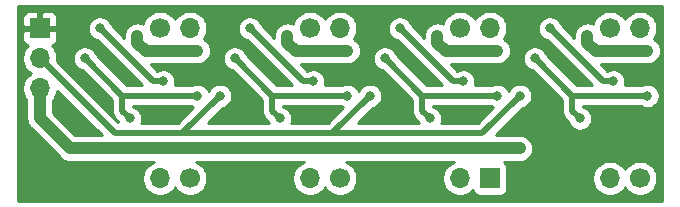
<source format=gbl>
%TF.GenerationSoftware,KiCad,Pcbnew,(5.1.8)-1*%
%TF.CreationDate,2021-03-06T21:18:19+09:00*%
%TF.ProjectId,motor_driver,6d6f746f-725f-4647-9269-7665722e6b69,rev?*%
%TF.SameCoordinates,PX54c81a0PY87a6900*%
%TF.FileFunction,Copper,L2,Bot*%
%TF.FilePolarity,Positive*%
%FSLAX46Y46*%
G04 Gerber Fmt 4.6, Leading zero omitted, Abs format (unit mm)*
G04 Created by KiCad (PCBNEW (5.1.8)-1) date 2021-03-06 21:18:19*
%MOMM*%
%LPD*%
G01*
G04 APERTURE LIST*
%TA.AperFunction,ComponentPad*%
%ADD10R,1.700000X1.700000*%
%TD*%
%TA.AperFunction,ComponentPad*%
%ADD11O,1.700000X1.700000*%
%TD*%
%TA.AperFunction,ComponentPad*%
%ADD12C,1.700000*%
%TD*%
%TA.AperFunction,ViaPad*%
%ADD13C,0.800000*%
%TD*%
%TA.AperFunction,Conductor*%
%ADD14C,0.500000*%
%TD*%
%TA.AperFunction,Conductor*%
%ADD15C,1.000000*%
%TD*%
%TA.AperFunction,Conductor*%
%ADD16C,0.254000*%
%TD*%
%TA.AperFunction,Conductor*%
%ADD17C,0.100000*%
%TD*%
G04 APERTURE END LIST*
D10*
%TO.P,J1,1*%
%TO.N,Net-(C1-Pad2)*%
X2540000Y15240000D03*
D11*
%TO.P,J1,2*%
%TO.N,Net-(C1-Pad1)*%
X2540000Y12700000D03*
%TO.P,J1,3*%
%TO.N,Net-(C10-Pad1)*%
X2540000Y10160000D03*
%TD*%
D12*
%TO.P,J2,1*%
%TO.N,Net-(J2-Pad1)*%
X15240000Y2540000D03*
D11*
%TO.P,J2,2*%
%TO.N,Net-(J2-Pad2)*%
X12700000Y2540000D03*
%TD*%
%TO.P,J3,2*%
%TO.N,Net-(J3-Pad2)*%
X25400000Y2540000D03*
D12*
%TO.P,J3,1*%
%TO.N,Net-(J3-Pad1)*%
X27940000Y2540000D03*
%TD*%
D10*
%TO.P,J4,1*%
%TO.N,Net-(J4-Pad1)*%
X40640000Y2540000D03*
D11*
%TO.P,J4,2*%
%TO.N,Net-(J4-Pad2)*%
X38100000Y2540000D03*
%TD*%
%TO.P,J5,2*%
%TO.N,Net-(J5-Pad2)*%
X50800000Y2540000D03*
D12*
%TO.P,J5,1*%
%TO.N,Net-(J5-Pad1)*%
X53340000Y2540000D03*
%TD*%
D11*
%TO.P,J9,2*%
%TO.N,Net-(J9-Pad2)*%
X53340000Y15240000D03*
D12*
%TO.P,J9,1*%
%TO.N,Net-(J9-Pad1)*%
X50800000Y15240000D03*
%TD*%
%TO.P,J8,1*%
%TO.N,Net-(J8-Pad1)*%
X38100000Y15240000D03*
D11*
%TO.P,J8,2*%
%TO.N,Net-(J8-Pad2)*%
X40640000Y15240000D03*
%TD*%
%TO.P,J7,2*%
%TO.N,Net-(J7-Pad2)*%
X27940000Y15240000D03*
D12*
%TO.P,J7,1*%
%TO.N,Net-(J7-Pad1)*%
X25400000Y15240000D03*
%TD*%
%TO.P,J6,1*%
%TO.N,Net-(J6-Pad1)*%
X12700000Y15240000D03*
D11*
%TO.P,J6,2*%
%TO.N,Net-(J6-Pad2)*%
X15240000Y15240000D03*
%TD*%
D13*
%TO.N,Net-(C1-Pad1)*%
X6350000Y12700000D03*
X15875000Y9525000D03*
X17780000Y9525000D03*
X19050000Y12700000D03*
X28575000Y9525000D03*
X30480000Y9525000D03*
X31750000Y12700000D03*
X41275000Y9525000D03*
X43180000Y9525000D03*
X44450000Y12700000D03*
X53975000Y9525000D03*
X10160000Y7620000D03*
X22860000Y7620000D03*
X35560000Y7620000D03*
X48260000Y7620000D03*
%TO.N,Net-(C1-Pad2)*%
X36830000Y8255000D03*
X24130000Y8255000D03*
X11430000Y8255000D03*
X5080000Y7620000D03*
X31750000Y1905000D03*
X35560000Y10795000D03*
X44450000Y1905000D03*
X48260000Y10795000D03*
X22860000Y10795000D03*
X19050000Y1905000D03*
X10160000Y10795000D03*
X6350000Y1905000D03*
%TO.N,Net-(R5-Pad2)*%
X12983914Y10754245D03*
X7620000Y15240000D03*
%TO.N,Net-(R6-Pad2)*%
X25683914Y10754245D03*
X20320000Y15240000D03*
%TO.N,Net-(R7-Pad2)*%
X38383914Y10754245D03*
X33020000Y15240000D03*
%TO.N,Net-(R8-Pad2)*%
X51083914Y10754245D03*
X45720000Y15240000D03*
%TO.N,Net-(C10-Pad1)*%
X10795000Y14605000D03*
X15875000Y13335000D03*
X17780000Y5080000D03*
X23495000Y14605000D03*
X28575000Y13335000D03*
X30480000Y5080000D03*
X36195000Y14605000D03*
X41275000Y13335000D03*
X43180000Y5080000D03*
X48895000Y14605000D03*
X53975000Y13335000D03*
%TD*%
D14*
%TO.N,Net-(C1-Pad1)*%
X9525000Y9525000D02*
X15875000Y9525000D01*
X6350000Y12700000D02*
X9525000Y9525000D01*
X2540000Y12700000D02*
X8890000Y6350000D01*
X14605000Y6350000D02*
X17780000Y9525000D01*
X8890000Y6350000D02*
X14605000Y6350000D01*
X22225000Y9525000D02*
X28575000Y9525000D01*
X19050000Y12700000D02*
X22225000Y9525000D01*
X27305000Y6350000D02*
X30480000Y9525000D01*
X14605000Y6350000D02*
X27305000Y6350000D01*
X34925000Y9525000D02*
X41275000Y9525000D01*
X31750000Y12700000D02*
X34925000Y9525000D01*
X40005000Y6350000D02*
X43180000Y9525000D01*
X27305000Y6350000D02*
X40005000Y6350000D01*
X47625000Y9525000D02*
X53975000Y9525000D01*
X44450000Y12700000D02*
X47625000Y9525000D01*
X9525000Y8255000D02*
X10160000Y7620000D01*
X9525000Y9525000D02*
X9525000Y8255000D01*
X22225000Y8255000D02*
X22860000Y7620000D01*
X22225000Y9525000D02*
X22225000Y8255000D01*
X34925000Y8255000D02*
X35560000Y7620000D01*
X34925000Y9525000D02*
X34925000Y8255000D01*
X47625000Y8255000D02*
X48260000Y7620000D01*
X47625000Y9525000D02*
X47625000Y8255000D01*
%TO.N,Net-(R5-Pad2)*%
X12105755Y10754245D02*
X7620000Y15240000D01*
X12983914Y10754245D02*
X12105755Y10754245D01*
%TO.N,Net-(R6-Pad2)*%
X24805755Y10754245D02*
X20320000Y15240000D01*
X25683914Y10754245D02*
X24805755Y10754245D01*
%TO.N,Net-(R7-Pad2)*%
X37505755Y10754245D02*
X33020000Y15240000D01*
X38383914Y10754245D02*
X37505755Y10754245D01*
%TO.N,Net-(R8-Pad2)*%
X50205755Y10754245D02*
X45720000Y15240000D01*
X51083914Y10754245D02*
X50205755Y10754245D01*
D15*
%TO.N,Net-(C10-Pad1)*%
X11499315Y13335000D02*
X15875000Y13335000D01*
X10795000Y14039315D02*
X11499315Y13335000D01*
X10795000Y14605000D02*
X10795000Y14039315D01*
X2540000Y10160000D02*
X2540000Y7620000D01*
X5080000Y5080000D02*
X17780000Y5080000D01*
X2540000Y7620000D02*
X5080000Y5080000D01*
X24199315Y13335000D02*
X28575000Y13335000D01*
X23495000Y14039315D02*
X24199315Y13335000D01*
X23495000Y14605000D02*
X23495000Y14039315D01*
X25758002Y5080000D02*
X30480000Y5080000D01*
X17780000Y5080000D02*
X25758002Y5080000D01*
X36899315Y13335000D02*
X41275000Y13335000D01*
X36195000Y14039315D02*
X36899315Y13335000D01*
X36195000Y14605000D02*
X36195000Y14039315D01*
X30480000Y5080000D02*
X43180000Y5080000D01*
X49599315Y13335000D02*
X53975000Y13335000D01*
X48895000Y14039315D02*
X49599315Y13335000D01*
X48895000Y14605000D02*
X48895000Y14039315D01*
%TD*%
D16*
%TO.N,Net-(C1-Pad2)*%
X55220001Y660000D02*
X660000Y660000D01*
X660000Y14390000D01*
X1051928Y14390000D01*
X1064188Y14265518D01*
X1100498Y14145820D01*
X1159463Y14035506D01*
X1238815Y13938815D01*
X1335506Y13859463D01*
X1445820Y13800498D01*
X1518380Y13778487D01*
X1386525Y13646632D01*
X1224010Y13403411D01*
X1112068Y13133158D01*
X1055000Y12846260D01*
X1055000Y12553740D01*
X1112068Y12266842D01*
X1224010Y11996589D01*
X1386525Y11753368D01*
X1593368Y11546525D01*
X1767760Y11430000D01*
X1593368Y11313475D01*
X1386525Y11106632D01*
X1224010Y10863411D01*
X1112068Y10593158D01*
X1055000Y10306260D01*
X1055000Y10013740D01*
X1112068Y9726842D01*
X1224010Y9456589D01*
X1386525Y9213368D01*
X1405000Y9194893D01*
X1405001Y7675761D01*
X1399509Y7620000D01*
X1421423Y7397502D01*
X1486324Y7183554D01*
X1515086Y7129744D01*
X1591717Y6986377D01*
X1733552Y6813551D01*
X1776860Y6778009D01*
X4238009Y4316859D01*
X4273551Y4273551D01*
X4446377Y4131716D01*
X4643553Y4026324D01*
X4857501Y3961423D01*
X5024248Y3945000D01*
X5024257Y3945000D01*
X5079999Y3939510D01*
X5135741Y3945000D01*
X12211479Y3945000D01*
X11996589Y3855990D01*
X11753368Y3693475D01*
X11546525Y3486632D01*
X11384010Y3243411D01*
X11272068Y2973158D01*
X11215000Y2686260D01*
X11215000Y2393740D01*
X11272068Y2106842D01*
X11384010Y1836589D01*
X11546525Y1593368D01*
X11753368Y1386525D01*
X11996589Y1224010D01*
X12266842Y1112068D01*
X12553740Y1055000D01*
X12846260Y1055000D01*
X13133158Y1112068D01*
X13403411Y1224010D01*
X13646632Y1386525D01*
X13853475Y1593368D01*
X13970000Y1767760D01*
X14086525Y1593368D01*
X14293368Y1386525D01*
X14536589Y1224010D01*
X14806842Y1112068D01*
X15093740Y1055000D01*
X15386260Y1055000D01*
X15673158Y1112068D01*
X15943411Y1224010D01*
X16186632Y1386525D01*
X16393475Y1593368D01*
X16555990Y1836589D01*
X16667932Y2106842D01*
X16725000Y2393740D01*
X16725000Y2686260D01*
X16667932Y2973158D01*
X16555990Y3243411D01*
X16393475Y3486632D01*
X16186632Y3693475D01*
X15943411Y3855990D01*
X15728521Y3945000D01*
X24911479Y3945000D01*
X24696589Y3855990D01*
X24453368Y3693475D01*
X24246525Y3486632D01*
X24084010Y3243411D01*
X23972068Y2973158D01*
X23915000Y2686260D01*
X23915000Y2393740D01*
X23972068Y2106842D01*
X24084010Y1836589D01*
X24246525Y1593368D01*
X24453368Y1386525D01*
X24696589Y1224010D01*
X24966842Y1112068D01*
X25253740Y1055000D01*
X25546260Y1055000D01*
X25833158Y1112068D01*
X26103411Y1224010D01*
X26346632Y1386525D01*
X26553475Y1593368D01*
X26670000Y1767760D01*
X26786525Y1593368D01*
X26993368Y1386525D01*
X27236589Y1224010D01*
X27506842Y1112068D01*
X27793740Y1055000D01*
X28086260Y1055000D01*
X28373158Y1112068D01*
X28643411Y1224010D01*
X28886632Y1386525D01*
X29093475Y1593368D01*
X29255990Y1836589D01*
X29367932Y2106842D01*
X29425000Y2393740D01*
X29425000Y2686260D01*
X29367932Y2973158D01*
X29255990Y3243411D01*
X29093475Y3486632D01*
X28886632Y3693475D01*
X28643411Y3855990D01*
X28428521Y3945000D01*
X37611479Y3945000D01*
X37396589Y3855990D01*
X37153368Y3693475D01*
X36946525Y3486632D01*
X36784010Y3243411D01*
X36672068Y2973158D01*
X36615000Y2686260D01*
X36615000Y2393740D01*
X36672068Y2106842D01*
X36784010Y1836589D01*
X36946525Y1593368D01*
X37153368Y1386525D01*
X37396589Y1224010D01*
X37666842Y1112068D01*
X37953740Y1055000D01*
X38246260Y1055000D01*
X38533158Y1112068D01*
X38803411Y1224010D01*
X39046632Y1386525D01*
X39178487Y1518380D01*
X39200498Y1445820D01*
X39259463Y1335506D01*
X39338815Y1238815D01*
X39435506Y1159463D01*
X39545820Y1100498D01*
X39665518Y1064188D01*
X39790000Y1051928D01*
X41490000Y1051928D01*
X41614482Y1064188D01*
X41734180Y1100498D01*
X41844494Y1159463D01*
X41941185Y1238815D01*
X42020537Y1335506D01*
X42079502Y1445820D01*
X42115812Y1565518D01*
X42128072Y1690000D01*
X42128072Y2686260D01*
X49315000Y2686260D01*
X49315000Y2393740D01*
X49372068Y2106842D01*
X49484010Y1836589D01*
X49646525Y1593368D01*
X49853368Y1386525D01*
X50096589Y1224010D01*
X50366842Y1112068D01*
X50653740Y1055000D01*
X50946260Y1055000D01*
X51233158Y1112068D01*
X51503411Y1224010D01*
X51746632Y1386525D01*
X51953475Y1593368D01*
X52070000Y1767760D01*
X52186525Y1593368D01*
X52393368Y1386525D01*
X52636589Y1224010D01*
X52906842Y1112068D01*
X53193740Y1055000D01*
X53486260Y1055000D01*
X53773158Y1112068D01*
X54043411Y1224010D01*
X54286632Y1386525D01*
X54493475Y1593368D01*
X54655990Y1836589D01*
X54767932Y2106842D01*
X54825000Y2393740D01*
X54825000Y2686260D01*
X54767932Y2973158D01*
X54655990Y3243411D01*
X54493475Y3486632D01*
X54286632Y3693475D01*
X54043411Y3855990D01*
X53773158Y3967932D01*
X53486260Y4025000D01*
X53193740Y4025000D01*
X52906842Y3967932D01*
X52636589Y3855990D01*
X52393368Y3693475D01*
X52186525Y3486632D01*
X52070000Y3312240D01*
X51953475Y3486632D01*
X51746632Y3693475D01*
X51503411Y3855990D01*
X51233158Y3967932D01*
X50946260Y4025000D01*
X50653740Y4025000D01*
X50366842Y3967932D01*
X50096589Y3855990D01*
X49853368Y3693475D01*
X49646525Y3486632D01*
X49484010Y3243411D01*
X49372068Y2973158D01*
X49315000Y2686260D01*
X42128072Y2686260D01*
X42128072Y3390000D01*
X42115812Y3514482D01*
X42079502Y3634180D01*
X42020537Y3744494D01*
X41941185Y3841185D01*
X41844494Y3920537D01*
X41798728Y3945000D01*
X43235752Y3945000D01*
X43402499Y3961423D01*
X43616447Y4026324D01*
X43813623Y4131716D01*
X43986449Y4273551D01*
X44128284Y4446377D01*
X44233676Y4643553D01*
X44298577Y4857501D01*
X44320491Y5080000D01*
X44298577Y5302499D01*
X44233676Y5516447D01*
X44128284Y5713623D01*
X43986449Y5886449D01*
X43813623Y6028284D01*
X43616447Y6133676D01*
X43402499Y6198577D01*
X43235752Y6215000D01*
X41121578Y6215000D01*
X43425044Y8518465D01*
X43481898Y8529774D01*
X43670256Y8607795D01*
X43839774Y8721063D01*
X43983937Y8865226D01*
X44097205Y9034744D01*
X44175226Y9223102D01*
X44215000Y9423061D01*
X44215000Y9626939D01*
X44175226Y9826898D01*
X44097205Y10015256D01*
X43983937Y10184774D01*
X43839774Y10328937D01*
X43670256Y10442205D01*
X43481898Y10520226D01*
X43281939Y10560000D01*
X43078061Y10560000D01*
X42878102Y10520226D01*
X42689744Y10442205D01*
X42520226Y10328937D01*
X42376063Y10184774D01*
X42262795Y10015256D01*
X42227500Y9930047D01*
X42192205Y10015256D01*
X42078937Y10184774D01*
X41934774Y10328937D01*
X41765256Y10442205D01*
X41576898Y10520226D01*
X41376939Y10560000D01*
X41173061Y10560000D01*
X40973102Y10520226D01*
X40784744Y10442205D01*
X40736546Y10410000D01*
X39361599Y10410000D01*
X39379140Y10452347D01*
X39418914Y10652306D01*
X39418914Y10856184D01*
X39379140Y11056143D01*
X39301119Y11244501D01*
X39187851Y11414019D01*
X39043688Y11558182D01*
X38874170Y11671450D01*
X38685812Y11749471D01*
X38485853Y11789245D01*
X38281975Y11789245D01*
X38082016Y11749471D01*
X37893658Y11671450D01*
X37861570Y11650009D01*
X37311579Y12200000D01*
X41330752Y12200000D01*
X41497499Y12216423D01*
X41711447Y12281324D01*
X41908623Y12386716D01*
X42081449Y12528551D01*
X42223284Y12701377D01*
X42277035Y12801939D01*
X43415000Y12801939D01*
X43415000Y12598061D01*
X43454774Y12398102D01*
X43532795Y12209744D01*
X43646063Y12040226D01*
X43790226Y11896063D01*
X43959744Y11782795D01*
X44148102Y11704774D01*
X44204957Y11693465D01*
X46740000Y9158421D01*
X46740001Y8298478D01*
X46735719Y8255000D01*
X46752805Y8081510D01*
X46803412Y7914687D01*
X46885590Y7760941D01*
X46968468Y7659954D01*
X46968471Y7659951D01*
X46996184Y7626183D01*
X47029951Y7598471D01*
X47253465Y7374957D01*
X47264774Y7318102D01*
X47342795Y7129744D01*
X47456063Y6960226D01*
X47600226Y6816063D01*
X47769744Y6702795D01*
X47958102Y6624774D01*
X48158061Y6585000D01*
X48361939Y6585000D01*
X48561898Y6624774D01*
X48750256Y6702795D01*
X48919774Y6816063D01*
X49063937Y6960226D01*
X49177205Y7129744D01*
X49255226Y7318102D01*
X49295000Y7518061D01*
X49295000Y7721939D01*
X49255226Y7921898D01*
X49177205Y8110256D01*
X49063937Y8279774D01*
X48919774Y8423937D01*
X48750256Y8537205D01*
X48561898Y8615226D01*
X48510000Y8625549D01*
X48510000Y8640000D01*
X53436546Y8640000D01*
X53484744Y8607795D01*
X53673102Y8529774D01*
X53873061Y8490000D01*
X54076939Y8490000D01*
X54276898Y8529774D01*
X54465256Y8607795D01*
X54634774Y8721063D01*
X54778937Y8865226D01*
X54892205Y9034744D01*
X54970226Y9223102D01*
X55010000Y9423061D01*
X55010000Y9626939D01*
X54970226Y9826898D01*
X54892205Y10015256D01*
X54778937Y10184774D01*
X54634774Y10328937D01*
X54465256Y10442205D01*
X54276898Y10520226D01*
X54076939Y10560000D01*
X53873061Y10560000D01*
X53673102Y10520226D01*
X53484744Y10442205D01*
X53436546Y10410000D01*
X52061599Y10410000D01*
X52079140Y10452347D01*
X52118914Y10652306D01*
X52118914Y10856184D01*
X52079140Y11056143D01*
X52001119Y11244501D01*
X51887851Y11414019D01*
X51743688Y11558182D01*
X51574170Y11671450D01*
X51385812Y11749471D01*
X51185853Y11789245D01*
X50981975Y11789245D01*
X50782016Y11749471D01*
X50593658Y11671450D01*
X50561570Y11650009D01*
X50011579Y12200000D01*
X54030752Y12200000D01*
X54197499Y12216423D01*
X54411447Y12281324D01*
X54608623Y12386716D01*
X54781449Y12528551D01*
X54923284Y12701377D01*
X55028676Y12898553D01*
X55093577Y13112501D01*
X55115491Y13335000D01*
X55093577Y13557499D01*
X55028676Y13771447D01*
X54923284Y13968623D01*
X54781449Y14141449D01*
X54608623Y14283284D01*
X54518813Y14331288D01*
X54655990Y14536589D01*
X54767932Y14806842D01*
X54825000Y15093740D01*
X54825000Y15386260D01*
X54767932Y15673158D01*
X54655990Y15943411D01*
X54493475Y16186632D01*
X54286632Y16393475D01*
X54043411Y16555990D01*
X53773158Y16667932D01*
X53486260Y16725000D01*
X53193740Y16725000D01*
X52906842Y16667932D01*
X52636589Y16555990D01*
X52393368Y16393475D01*
X52186525Y16186632D01*
X52070000Y16012240D01*
X51953475Y16186632D01*
X51746632Y16393475D01*
X51503411Y16555990D01*
X51233158Y16667932D01*
X50946260Y16725000D01*
X50653740Y16725000D01*
X50366842Y16667932D01*
X50096589Y16555990D01*
X49853368Y16393475D01*
X49646525Y16186632D01*
X49484010Y15943411D01*
X49372068Y15673158D01*
X49365560Y15640442D01*
X49331446Y15658676D01*
X49117498Y15723577D01*
X48895000Y15745491D01*
X48672501Y15723577D01*
X48458553Y15658676D01*
X48261377Y15553284D01*
X48088551Y15411449D01*
X47946716Y15238623D01*
X47841324Y15041446D01*
X47776423Y14827498D01*
X47760000Y14660751D01*
X47760000Y14451578D01*
X46726535Y15485043D01*
X46715226Y15541898D01*
X46637205Y15730256D01*
X46523937Y15899774D01*
X46379774Y16043937D01*
X46210256Y16157205D01*
X46021898Y16235226D01*
X45821939Y16275000D01*
X45618061Y16275000D01*
X45418102Y16235226D01*
X45229744Y16157205D01*
X45060226Y16043937D01*
X44916063Y15899774D01*
X44802795Y15730256D01*
X44724774Y15541898D01*
X44685000Y15341939D01*
X44685000Y15138061D01*
X44724774Y14938102D01*
X44802795Y14749744D01*
X44916063Y14580226D01*
X45060226Y14436063D01*
X45229744Y14322795D01*
X45418102Y14244774D01*
X45474957Y14233465D01*
X49298421Y10410000D01*
X47991579Y10410000D01*
X45456535Y12945043D01*
X45445226Y13001898D01*
X45367205Y13190256D01*
X45253937Y13359774D01*
X45109774Y13503937D01*
X44940256Y13617205D01*
X44751898Y13695226D01*
X44551939Y13735000D01*
X44348061Y13735000D01*
X44148102Y13695226D01*
X43959744Y13617205D01*
X43790226Y13503937D01*
X43646063Y13359774D01*
X43532795Y13190256D01*
X43454774Y13001898D01*
X43415000Y12801939D01*
X42277035Y12801939D01*
X42328676Y12898553D01*
X42393577Y13112501D01*
X42415491Y13335000D01*
X42393577Y13557499D01*
X42328676Y13771447D01*
X42223284Y13968623D01*
X42081449Y14141449D01*
X41908623Y14283284D01*
X41818813Y14331288D01*
X41955990Y14536589D01*
X42067932Y14806842D01*
X42125000Y15093740D01*
X42125000Y15386260D01*
X42067932Y15673158D01*
X41955990Y15943411D01*
X41793475Y16186632D01*
X41586632Y16393475D01*
X41343411Y16555990D01*
X41073158Y16667932D01*
X40786260Y16725000D01*
X40493740Y16725000D01*
X40206842Y16667932D01*
X39936589Y16555990D01*
X39693368Y16393475D01*
X39486525Y16186632D01*
X39370000Y16012240D01*
X39253475Y16186632D01*
X39046632Y16393475D01*
X38803411Y16555990D01*
X38533158Y16667932D01*
X38246260Y16725000D01*
X37953740Y16725000D01*
X37666842Y16667932D01*
X37396589Y16555990D01*
X37153368Y16393475D01*
X36946525Y16186632D01*
X36784010Y15943411D01*
X36672068Y15673158D01*
X36665560Y15640442D01*
X36631446Y15658676D01*
X36417498Y15723577D01*
X36195000Y15745491D01*
X35972501Y15723577D01*
X35758553Y15658676D01*
X35561377Y15553284D01*
X35388551Y15411449D01*
X35246716Y15238623D01*
X35141324Y15041446D01*
X35076423Y14827498D01*
X35060000Y14660751D01*
X35060000Y14451578D01*
X34026535Y15485043D01*
X34015226Y15541898D01*
X33937205Y15730256D01*
X33823937Y15899774D01*
X33679774Y16043937D01*
X33510256Y16157205D01*
X33321898Y16235226D01*
X33121939Y16275000D01*
X32918061Y16275000D01*
X32718102Y16235226D01*
X32529744Y16157205D01*
X32360226Y16043937D01*
X32216063Y15899774D01*
X32102795Y15730256D01*
X32024774Y15541898D01*
X31985000Y15341939D01*
X31985000Y15138061D01*
X32024774Y14938102D01*
X32102795Y14749744D01*
X32216063Y14580226D01*
X32360226Y14436063D01*
X32529744Y14322795D01*
X32718102Y14244774D01*
X32774957Y14233465D01*
X36598421Y10410000D01*
X35291579Y10410000D01*
X32756535Y12945043D01*
X32745226Y13001898D01*
X32667205Y13190256D01*
X32553937Y13359774D01*
X32409774Y13503937D01*
X32240256Y13617205D01*
X32051898Y13695226D01*
X31851939Y13735000D01*
X31648061Y13735000D01*
X31448102Y13695226D01*
X31259744Y13617205D01*
X31090226Y13503937D01*
X30946063Y13359774D01*
X30832795Y13190256D01*
X30754774Y13001898D01*
X30715000Y12801939D01*
X30715000Y12598061D01*
X30754774Y12398102D01*
X30832795Y12209744D01*
X30946063Y12040226D01*
X31090226Y11896063D01*
X31259744Y11782795D01*
X31448102Y11704774D01*
X31504957Y11693465D01*
X34040000Y9158421D01*
X34040001Y8298478D01*
X34035719Y8255000D01*
X34052805Y8081510D01*
X34103412Y7914687D01*
X34185590Y7760941D01*
X34268468Y7659954D01*
X34268471Y7659951D01*
X34296184Y7626183D01*
X34329951Y7598471D01*
X34553465Y7374957D01*
X34564774Y7318102D01*
X34599196Y7235000D01*
X29441578Y7235000D01*
X30725044Y8518465D01*
X30781898Y8529774D01*
X30970256Y8607795D01*
X31139774Y8721063D01*
X31283937Y8865226D01*
X31397205Y9034744D01*
X31475226Y9223102D01*
X31515000Y9423061D01*
X31515000Y9626939D01*
X31475226Y9826898D01*
X31397205Y10015256D01*
X31283937Y10184774D01*
X31139774Y10328937D01*
X30970256Y10442205D01*
X30781898Y10520226D01*
X30581939Y10560000D01*
X30378061Y10560000D01*
X30178102Y10520226D01*
X29989744Y10442205D01*
X29820226Y10328937D01*
X29676063Y10184774D01*
X29562795Y10015256D01*
X29527500Y9930047D01*
X29492205Y10015256D01*
X29378937Y10184774D01*
X29234774Y10328937D01*
X29065256Y10442205D01*
X28876898Y10520226D01*
X28676939Y10560000D01*
X28473061Y10560000D01*
X28273102Y10520226D01*
X28084744Y10442205D01*
X28036546Y10410000D01*
X26661599Y10410000D01*
X26679140Y10452347D01*
X26718914Y10652306D01*
X26718914Y10856184D01*
X26679140Y11056143D01*
X26601119Y11244501D01*
X26487851Y11414019D01*
X26343688Y11558182D01*
X26174170Y11671450D01*
X25985812Y11749471D01*
X25785853Y11789245D01*
X25581975Y11789245D01*
X25382016Y11749471D01*
X25193658Y11671450D01*
X25161570Y11650009D01*
X24611579Y12200000D01*
X28630752Y12200000D01*
X28797499Y12216423D01*
X29011447Y12281324D01*
X29208623Y12386716D01*
X29381449Y12528551D01*
X29523284Y12701377D01*
X29628676Y12898553D01*
X29693577Y13112501D01*
X29715491Y13335000D01*
X29693577Y13557499D01*
X29628676Y13771447D01*
X29523284Y13968623D01*
X29381449Y14141449D01*
X29208623Y14283284D01*
X29118813Y14331288D01*
X29255990Y14536589D01*
X29367932Y14806842D01*
X29425000Y15093740D01*
X29425000Y15386260D01*
X29367932Y15673158D01*
X29255990Y15943411D01*
X29093475Y16186632D01*
X28886632Y16393475D01*
X28643411Y16555990D01*
X28373158Y16667932D01*
X28086260Y16725000D01*
X27793740Y16725000D01*
X27506842Y16667932D01*
X27236589Y16555990D01*
X26993368Y16393475D01*
X26786525Y16186632D01*
X26670000Y16012240D01*
X26553475Y16186632D01*
X26346632Y16393475D01*
X26103411Y16555990D01*
X25833158Y16667932D01*
X25546260Y16725000D01*
X25253740Y16725000D01*
X24966842Y16667932D01*
X24696589Y16555990D01*
X24453368Y16393475D01*
X24246525Y16186632D01*
X24084010Y15943411D01*
X23972068Y15673158D01*
X23965560Y15640442D01*
X23931446Y15658676D01*
X23717498Y15723577D01*
X23495000Y15745491D01*
X23272501Y15723577D01*
X23058553Y15658676D01*
X22861377Y15553284D01*
X22688551Y15411449D01*
X22546716Y15238623D01*
X22441324Y15041446D01*
X22376423Y14827498D01*
X22360000Y14660751D01*
X22360000Y14451578D01*
X21326535Y15485043D01*
X21315226Y15541898D01*
X21237205Y15730256D01*
X21123937Y15899774D01*
X20979774Y16043937D01*
X20810256Y16157205D01*
X20621898Y16235226D01*
X20421939Y16275000D01*
X20218061Y16275000D01*
X20018102Y16235226D01*
X19829744Y16157205D01*
X19660226Y16043937D01*
X19516063Y15899774D01*
X19402795Y15730256D01*
X19324774Y15541898D01*
X19285000Y15341939D01*
X19285000Y15138061D01*
X19324774Y14938102D01*
X19402795Y14749744D01*
X19516063Y14580226D01*
X19660226Y14436063D01*
X19829744Y14322795D01*
X20018102Y14244774D01*
X20074957Y14233465D01*
X23898421Y10410000D01*
X22591579Y10410000D01*
X20056535Y12945043D01*
X20045226Y13001898D01*
X19967205Y13190256D01*
X19853937Y13359774D01*
X19709774Y13503937D01*
X19540256Y13617205D01*
X19351898Y13695226D01*
X19151939Y13735000D01*
X18948061Y13735000D01*
X18748102Y13695226D01*
X18559744Y13617205D01*
X18390226Y13503937D01*
X18246063Y13359774D01*
X18132795Y13190256D01*
X18054774Y13001898D01*
X18015000Y12801939D01*
X18015000Y12598061D01*
X18054774Y12398102D01*
X18132795Y12209744D01*
X18246063Y12040226D01*
X18390226Y11896063D01*
X18559744Y11782795D01*
X18748102Y11704774D01*
X18804957Y11693465D01*
X21340000Y9158421D01*
X21340001Y8298478D01*
X21335719Y8255000D01*
X21352805Y8081510D01*
X21403412Y7914687D01*
X21485590Y7760941D01*
X21568468Y7659954D01*
X21568471Y7659951D01*
X21596184Y7626183D01*
X21629951Y7598471D01*
X21853465Y7374957D01*
X21864774Y7318102D01*
X21899196Y7235000D01*
X16741578Y7235000D01*
X18025044Y8518465D01*
X18081898Y8529774D01*
X18270256Y8607795D01*
X18439774Y8721063D01*
X18583937Y8865226D01*
X18697205Y9034744D01*
X18775226Y9223102D01*
X18815000Y9423061D01*
X18815000Y9626939D01*
X18775226Y9826898D01*
X18697205Y10015256D01*
X18583937Y10184774D01*
X18439774Y10328937D01*
X18270256Y10442205D01*
X18081898Y10520226D01*
X17881939Y10560000D01*
X17678061Y10560000D01*
X17478102Y10520226D01*
X17289744Y10442205D01*
X17120226Y10328937D01*
X16976063Y10184774D01*
X16862795Y10015256D01*
X16827500Y9930047D01*
X16792205Y10015256D01*
X16678937Y10184774D01*
X16534774Y10328937D01*
X16365256Y10442205D01*
X16176898Y10520226D01*
X15976939Y10560000D01*
X15773061Y10560000D01*
X15573102Y10520226D01*
X15384744Y10442205D01*
X15336546Y10410000D01*
X13961599Y10410000D01*
X13979140Y10452347D01*
X14018914Y10652306D01*
X14018914Y10856184D01*
X13979140Y11056143D01*
X13901119Y11244501D01*
X13787851Y11414019D01*
X13643688Y11558182D01*
X13474170Y11671450D01*
X13285812Y11749471D01*
X13085853Y11789245D01*
X12881975Y11789245D01*
X12682016Y11749471D01*
X12493658Y11671450D01*
X12461570Y11650009D01*
X11911579Y12200000D01*
X15930752Y12200000D01*
X16097499Y12216423D01*
X16311447Y12281324D01*
X16508623Y12386716D01*
X16681449Y12528551D01*
X16823284Y12701377D01*
X16928676Y12898553D01*
X16993577Y13112501D01*
X17015491Y13335000D01*
X16993577Y13557499D01*
X16928676Y13771447D01*
X16823284Y13968623D01*
X16681449Y14141449D01*
X16508623Y14283284D01*
X16418813Y14331288D01*
X16555990Y14536589D01*
X16667932Y14806842D01*
X16725000Y15093740D01*
X16725000Y15386260D01*
X16667932Y15673158D01*
X16555990Y15943411D01*
X16393475Y16186632D01*
X16186632Y16393475D01*
X15943411Y16555990D01*
X15673158Y16667932D01*
X15386260Y16725000D01*
X15093740Y16725000D01*
X14806842Y16667932D01*
X14536589Y16555990D01*
X14293368Y16393475D01*
X14086525Y16186632D01*
X13970000Y16012240D01*
X13853475Y16186632D01*
X13646632Y16393475D01*
X13403411Y16555990D01*
X13133158Y16667932D01*
X12846260Y16725000D01*
X12553740Y16725000D01*
X12266842Y16667932D01*
X11996589Y16555990D01*
X11753368Y16393475D01*
X11546525Y16186632D01*
X11384010Y15943411D01*
X11272068Y15673158D01*
X11265560Y15640442D01*
X11231446Y15658676D01*
X11017498Y15723577D01*
X10795000Y15745491D01*
X10572501Y15723577D01*
X10358553Y15658676D01*
X10161377Y15553284D01*
X9988551Y15411449D01*
X9846716Y15238623D01*
X9741324Y15041446D01*
X9676423Y14827498D01*
X9660000Y14660751D01*
X9660000Y14451578D01*
X8626535Y15485043D01*
X8615226Y15541898D01*
X8537205Y15730256D01*
X8423937Y15899774D01*
X8279774Y16043937D01*
X8110256Y16157205D01*
X7921898Y16235226D01*
X7721939Y16275000D01*
X7518061Y16275000D01*
X7318102Y16235226D01*
X7129744Y16157205D01*
X6960226Y16043937D01*
X6816063Y15899774D01*
X6702795Y15730256D01*
X6624774Y15541898D01*
X6585000Y15341939D01*
X6585000Y15138061D01*
X6624774Y14938102D01*
X6702795Y14749744D01*
X6816063Y14580226D01*
X6960226Y14436063D01*
X7129744Y14322795D01*
X7318102Y14244774D01*
X7374957Y14233465D01*
X11198421Y10410000D01*
X9891579Y10410000D01*
X7356535Y12945043D01*
X7345226Y13001898D01*
X7267205Y13190256D01*
X7153937Y13359774D01*
X7009774Y13503937D01*
X6840256Y13617205D01*
X6651898Y13695226D01*
X6451939Y13735000D01*
X6248061Y13735000D01*
X6048102Y13695226D01*
X5859744Y13617205D01*
X5690226Y13503937D01*
X5546063Y13359774D01*
X5432795Y13190256D01*
X5354774Y13001898D01*
X5315000Y12801939D01*
X5315000Y12598061D01*
X5354774Y12398102D01*
X5432795Y12209744D01*
X5546063Y12040226D01*
X5690226Y11896063D01*
X5859744Y11782795D01*
X6048102Y11704774D01*
X6104957Y11693465D01*
X8640000Y9158421D01*
X8640001Y8298478D01*
X8635719Y8255000D01*
X8652805Y8081510D01*
X8703412Y7914687D01*
X8785590Y7760941D01*
X8868468Y7659954D01*
X8868471Y7659951D01*
X8896184Y7626183D01*
X8929951Y7598471D01*
X9153465Y7374957D01*
X9162613Y7328966D01*
X4010539Y12481039D01*
X4025000Y12553740D01*
X4025000Y12846260D01*
X3967932Y13133158D01*
X3855990Y13403411D01*
X3693475Y13646632D01*
X3561620Y13778487D01*
X3634180Y13800498D01*
X3744494Y13859463D01*
X3841185Y13938815D01*
X3920537Y14035506D01*
X3979502Y14145820D01*
X4015812Y14265518D01*
X4028072Y14390000D01*
X4025000Y14954250D01*
X3866250Y15113000D01*
X2667000Y15113000D01*
X2667000Y15093000D01*
X2413000Y15093000D01*
X2413000Y15113000D01*
X1213750Y15113000D01*
X1055000Y14954250D01*
X1051928Y14390000D01*
X660000Y14390000D01*
X660000Y16090000D01*
X1051928Y16090000D01*
X1055000Y15525750D01*
X1213750Y15367000D01*
X2413000Y15367000D01*
X2413000Y16566250D01*
X2667000Y16566250D01*
X2667000Y15367000D01*
X3866250Y15367000D01*
X4025000Y15525750D01*
X4028072Y16090000D01*
X4015812Y16214482D01*
X3979502Y16334180D01*
X3920537Y16444494D01*
X3841185Y16541185D01*
X3744494Y16620537D01*
X3634180Y16679502D01*
X3514482Y16715812D01*
X3390000Y16728072D01*
X2825750Y16725000D01*
X2667000Y16566250D01*
X2413000Y16566250D01*
X2254250Y16725000D01*
X1690000Y16728072D01*
X1565518Y16715812D01*
X1445820Y16679502D01*
X1335506Y16620537D01*
X1238815Y16541185D01*
X1159463Y16444494D01*
X1100498Y16334180D01*
X1064188Y16214482D01*
X1051928Y16090000D01*
X660000Y16090000D01*
X660000Y17120000D01*
X55220000Y17120000D01*
X55220001Y660000D01*
%TA.AperFunction,Conductor*%
D17*
G36*
X55220001Y660000D02*
G01*
X660000Y660000D01*
X660000Y14390000D01*
X1051928Y14390000D01*
X1064188Y14265518D01*
X1100498Y14145820D01*
X1159463Y14035506D01*
X1238815Y13938815D01*
X1335506Y13859463D01*
X1445820Y13800498D01*
X1518380Y13778487D01*
X1386525Y13646632D01*
X1224010Y13403411D01*
X1112068Y13133158D01*
X1055000Y12846260D01*
X1055000Y12553740D01*
X1112068Y12266842D01*
X1224010Y11996589D01*
X1386525Y11753368D01*
X1593368Y11546525D01*
X1767760Y11430000D01*
X1593368Y11313475D01*
X1386525Y11106632D01*
X1224010Y10863411D01*
X1112068Y10593158D01*
X1055000Y10306260D01*
X1055000Y10013740D01*
X1112068Y9726842D01*
X1224010Y9456589D01*
X1386525Y9213368D01*
X1405000Y9194893D01*
X1405001Y7675761D01*
X1399509Y7620000D01*
X1421423Y7397502D01*
X1486324Y7183554D01*
X1515086Y7129744D01*
X1591717Y6986377D01*
X1733552Y6813551D01*
X1776860Y6778009D01*
X4238009Y4316859D01*
X4273551Y4273551D01*
X4446377Y4131716D01*
X4643553Y4026324D01*
X4857501Y3961423D01*
X5024248Y3945000D01*
X5024257Y3945000D01*
X5079999Y3939510D01*
X5135741Y3945000D01*
X12211479Y3945000D01*
X11996589Y3855990D01*
X11753368Y3693475D01*
X11546525Y3486632D01*
X11384010Y3243411D01*
X11272068Y2973158D01*
X11215000Y2686260D01*
X11215000Y2393740D01*
X11272068Y2106842D01*
X11384010Y1836589D01*
X11546525Y1593368D01*
X11753368Y1386525D01*
X11996589Y1224010D01*
X12266842Y1112068D01*
X12553740Y1055000D01*
X12846260Y1055000D01*
X13133158Y1112068D01*
X13403411Y1224010D01*
X13646632Y1386525D01*
X13853475Y1593368D01*
X13970000Y1767760D01*
X14086525Y1593368D01*
X14293368Y1386525D01*
X14536589Y1224010D01*
X14806842Y1112068D01*
X15093740Y1055000D01*
X15386260Y1055000D01*
X15673158Y1112068D01*
X15943411Y1224010D01*
X16186632Y1386525D01*
X16393475Y1593368D01*
X16555990Y1836589D01*
X16667932Y2106842D01*
X16725000Y2393740D01*
X16725000Y2686260D01*
X16667932Y2973158D01*
X16555990Y3243411D01*
X16393475Y3486632D01*
X16186632Y3693475D01*
X15943411Y3855990D01*
X15728521Y3945000D01*
X24911479Y3945000D01*
X24696589Y3855990D01*
X24453368Y3693475D01*
X24246525Y3486632D01*
X24084010Y3243411D01*
X23972068Y2973158D01*
X23915000Y2686260D01*
X23915000Y2393740D01*
X23972068Y2106842D01*
X24084010Y1836589D01*
X24246525Y1593368D01*
X24453368Y1386525D01*
X24696589Y1224010D01*
X24966842Y1112068D01*
X25253740Y1055000D01*
X25546260Y1055000D01*
X25833158Y1112068D01*
X26103411Y1224010D01*
X26346632Y1386525D01*
X26553475Y1593368D01*
X26670000Y1767760D01*
X26786525Y1593368D01*
X26993368Y1386525D01*
X27236589Y1224010D01*
X27506842Y1112068D01*
X27793740Y1055000D01*
X28086260Y1055000D01*
X28373158Y1112068D01*
X28643411Y1224010D01*
X28886632Y1386525D01*
X29093475Y1593368D01*
X29255990Y1836589D01*
X29367932Y2106842D01*
X29425000Y2393740D01*
X29425000Y2686260D01*
X29367932Y2973158D01*
X29255990Y3243411D01*
X29093475Y3486632D01*
X28886632Y3693475D01*
X28643411Y3855990D01*
X28428521Y3945000D01*
X37611479Y3945000D01*
X37396589Y3855990D01*
X37153368Y3693475D01*
X36946525Y3486632D01*
X36784010Y3243411D01*
X36672068Y2973158D01*
X36615000Y2686260D01*
X36615000Y2393740D01*
X36672068Y2106842D01*
X36784010Y1836589D01*
X36946525Y1593368D01*
X37153368Y1386525D01*
X37396589Y1224010D01*
X37666842Y1112068D01*
X37953740Y1055000D01*
X38246260Y1055000D01*
X38533158Y1112068D01*
X38803411Y1224010D01*
X39046632Y1386525D01*
X39178487Y1518380D01*
X39200498Y1445820D01*
X39259463Y1335506D01*
X39338815Y1238815D01*
X39435506Y1159463D01*
X39545820Y1100498D01*
X39665518Y1064188D01*
X39790000Y1051928D01*
X41490000Y1051928D01*
X41614482Y1064188D01*
X41734180Y1100498D01*
X41844494Y1159463D01*
X41941185Y1238815D01*
X42020537Y1335506D01*
X42079502Y1445820D01*
X42115812Y1565518D01*
X42128072Y1690000D01*
X42128072Y2686260D01*
X49315000Y2686260D01*
X49315000Y2393740D01*
X49372068Y2106842D01*
X49484010Y1836589D01*
X49646525Y1593368D01*
X49853368Y1386525D01*
X50096589Y1224010D01*
X50366842Y1112068D01*
X50653740Y1055000D01*
X50946260Y1055000D01*
X51233158Y1112068D01*
X51503411Y1224010D01*
X51746632Y1386525D01*
X51953475Y1593368D01*
X52070000Y1767760D01*
X52186525Y1593368D01*
X52393368Y1386525D01*
X52636589Y1224010D01*
X52906842Y1112068D01*
X53193740Y1055000D01*
X53486260Y1055000D01*
X53773158Y1112068D01*
X54043411Y1224010D01*
X54286632Y1386525D01*
X54493475Y1593368D01*
X54655990Y1836589D01*
X54767932Y2106842D01*
X54825000Y2393740D01*
X54825000Y2686260D01*
X54767932Y2973158D01*
X54655990Y3243411D01*
X54493475Y3486632D01*
X54286632Y3693475D01*
X54043411Y3855990D01*
X53773158Y3967932D01*
X53486260Y4025000D01*
X53193740Y4025000D01*
X52906842Y3967932D01*
X52636589Y3855990D01*
X52393368Y3693475D01*
X52186525Y3486632D01*
X52070000Y3312240D01*
X51953475Y3486632D01*
X51746632Y3693475D01*
X51503411Y3855990D01*
X51233158Y3967932D01*
X50946260Y4025000D01*
X50653740Y4025000D01*
X50366842Y3967932D01*
X50096589Y3855990D01*
X49853368Y3693475D01*
X49646525Y3486632D01*
X49484010Y3243411D01*
X49372068Y2973158D01*
X49315000Y2686260D01*
X42128072Y2686260D01*
X42128072Y3390000D01*
X42115812Y3514482D01*
X42079502Y3634180D01*
X42020537Y3744494D01*
X41941185Y3841185D01*
X41844494Y3920537D01*
X41798728Y3945000D01*
X43235752Y3945000D01*
X43402499Y3961423D01*
X43616447Y4026324D01*
X43813623Y4131716D01*
X43986449Y4273551D01*
X44128284Y4446377D01*
X44233676Y4643553D01*
X44298577Y4857501D01*
X44320491Y5080000D01*
X44298577Y5302499D01*
X44233676Y5516447D01*
X44128284Y5713623D01*
X43986449Y5886449D01*
X43813623Y6028284D01*
X43616447Y6133676D01*
X43402499Y6198577D01*
X43235752Y6215000D01*
X41121578Y6215000D01*
X43425044Y8518465D01*
X43481898Y8529774D01*
X43670256Y8607795D01*
X43839774Y8721063D01*
X43983937Y8865226D01*
X44097205Y9034744D01*
X44175226Y9223102D01*
X44215000Y9423061D01*
X44215000Y9626939D01*
X44175226Y9826898D01*
X44097205Y10015256D01*
X43983937Y10184774D01*
X43839774Y10328937D01*
X43670256Y10442205D01*
X43481898Y10520226D01*
X43281939Y10560000D01*
X43078061Y10560000D01*
X42878102Y10520226D01*
X42689744Y10442205D01*
X42520226Y10328937D01*
X42376063Y10184774D01*
X42262795Y10015256D01*
X42227500Y9930047D01*
X42192205Y10015256D01*
X42078937Y10184774D01*
X41934774Y10328937D01*
X41765256Y10442205D01*
X41576898Y10520226D01*
X41376939Y10560000D01*
X41173061Y10560000D01*
X40973102Y10520226D01*
X40784744Y10442205D01*
X40736546Y10410000D01*
X39361599Y10410000D01*
X39379140Y10452347D01*
X39418914Y10652306D01*
X39418914Y10856184D01*
X39379140Y11056143D01*
X39301119Y11244501D01*
X39187851Y11414019D01*
X39043688Y11558182D01*
X38874170Y11671450D01*
X38685812Y11749471D01*
X38485853Y11789245D01*
X38281975Y11789245D01*
X38082016Y11749471D01*
X37893658Y11671450D01*
X37861570Y11650009D01*
X37311579Y12200000D01*
X41330752Y12200000D01*
X41497499Y12216423D01*
X41711447Y12281324D01*
X41908623Y12386716D01*
X42081449Y12528551D01*
X42223284Y12701377D01*
X42277035Y12801939D01*
X43415000Y12801939D01*
X43415000Y12598061D01*
X43454774Y12398102D01*
X43532795Y12209744D01*
X43646063Y12040226D01*
X43790226Y11896063D01*
X43959744Y11782795D01*
X44148102Y11704774D01*
X44204957Y11693465D01*
X46740000Y9158421D01*
X46740001Y8298478D01*
X46735719Y8255000D01*
X46752805Y8081510D01*
X46803412Y7914687D01*
X46885590Y7760941D01*
X46968468Y7659954D01*
X46968471Y7659951D01*
X46996184Y7626183D01*
X47029951Y7598471D01*
X47253465Y7374957D01*
X47264774Y7318102D01*
X47342795Y7129744D01*
X47456063Y6960226D01*
X47600226Y6816063D01*
X47769744Y6702795D01*
X47958102Y6624774D01*
X48158061Y6585000D01*
X48361939Y6585000D01*
X48561898Y6624774D01*
X48750256Y6702795D01*
X48919774Y6816063D01*
X49063937Y6960226D01*
X49177205Y7129744D01*
X49255226Y7318102D01*
X49295000Y7518061D01*
X49295000Y7721939D01*
X49255226Y7921898D01*
X49177205Y8110256D01*
X49063937Y8279774D01*
X48919774Y8423937D01*
X48750256Y8537205D01*
X48561898Y8615226D01*
X48510000Y8625549D01*
X48510000Y8640000D01*
X53436546Y8640000D01*
X53484744Y8607795D01*
X53673102Y8529774D01*
X53873061Y8490000D01*
X54076939Y8490000D01*
X54276898Y8529774D01*
X54465256Y8607795D01*
X54634774Y8721063D01*
X54778937Y8865226D01*
X54892205Y9034744D01*
X54970226Y9223102D01*
X55010000Y9423061D01*
X55010000Y9626939D01*
X54970226Y9826898D01*
X54892205Y10015256D01*
X54778937Y10184774D01*
X54634774Y10328937D01*
X54465256Y10442205D01*
X54276898Y10520226D01*
X54076939Y10560000D01*
X53873061Y10560000D01*
X53673102Y10520226D01*
X53484744Y10442205D01*
X53436546Y10410000D01*
X52061599Y10410000D01*
X52079140Y10452347D01*
X52118914Y10652306D01*
X52118914Y10856184D01*
X52079140Y11056143D01*
X52001119Y11244501D01*
X51887851Y11414019D01*
X51743688Y11558182D01*
X51574170Y11671450D01*
X51385812Y11749471D01*
X51185853Y11789245D01*
X50981975Y11789245D01*
X50782016Y11749471D01*
X50593658Y11671450D01*
X50561570Y11650009D01*
X50011579Y12200000D01*
X54030752Y12200000D01*
X54197499Y12216423D01*
X54411447Y12281324D01*
X54608623Y12386716D01*
X54781449Y12528551D01*
X54923284Y12701377D01*
X55028676Y12898553D01*
X55093577Y13112501D01*
X55115491Y13335000D01*
X55093577Y13557499D01*
X55028676Y13771447D01*
X54923284Y13968623D01*
X54781449Y14141449D01*
X54608623Y14283284D01*
X54518813Y14331288D01*
X54655990Y14536589D01*
X54767932Y14806842D01*
X54825000Y15093740D01*
X54825000Y15386260D01*
X54767932Y15673158D01*
X54655990Y15943411D01*
X54493475Y16186632D01*
X54286632Y16393475D01*
X54043411Y16555990D01*
X53773158Y16667932D01*
X53486260Y16725000D01*
X53193740Y16725000D01*
X52906842Y16667932D01*
X52636589Y16555990D01*
X52393368Y16393475D01*
X52186525Y16186632D01*
X52070000Y16012240D01*
X51953475Y16186632D01*
X51746632Y16393475D01*
X51503411Y16555990D01*
X51233158Y16667932D01*
X50946260Y16725000D01*
X50653740Y16725000D01*
X50366842Y16667932D01*
X50096589Y16555990D01*
X49853368Y16393475D01*
X49646525Y16186632D01*
X49484010Y15943411D01*
X49372068Y15673158D01*
X49365560Y15640442D01*
X49331446Y15658676D01*
X49117498Y15723577D01*
X48895000Y15745491D01*
X48672501Y15723577D01*
X48458553Y15658676D01*
X48261377Y15553284D01*
X48088551Y15411449D01*
X47946716Y15238623D01*
X47841324Y15041446D01*
X47776423Y14827498D01*
X47760000Y14660751D01*
X47760000Y14451578D01*
X46726535Y15485043D01*
X46715226Y15541898D01*
X46637205Y15730256D01*
X46523937Y15899774D01*
X46379774Y16043937D01*
X46210256Y16157205D01*
X46021898Y16235226D01*
X45821939Y16275000D01*
X45618061Y16275000D01*
X45418102Y16235226D01*
X45229744Y16157205D01*
X45060226Y16043937D01*
X44916063Y15899774D01*
X44802795Y15730256D01*
X44724774Y15541898D01*
X44685000Y15341939D01*
X44685000Y15138061D01*
X44724774Y14938102D01*
X44802795Y14749744D01*
X44916063Y14580226D01*
X45060226Y14436063D01*
X45229744Y14322795D01*
X45418102Y14244774D01*
X45474957Y14233465D01*
X49298421Y10410000D01*
X47991579Y10410000D01*
X45456535Y12945043D01*
X45445226Y13001898D01*
X45367205Y13190256D01*
X45253937Y13359774D01*
X45109774Y13503937D01*
X44940256Y13617205D01*
X44751898Y13695226D01*
X44551939Y13735000D01*
X44348061Y13735000D01*
X44148102Y13695226D01*
X43959744Y13617205D01*
X43790226Y13503937D01*
X43646063Y13359774D01*
X43532795Y13190256D01*
X43454774Y13001898D01*
X43415000Y12801939D01*
X42277035Y12801939D01*
X42328676Y12898553D01*
X42393577Y13112501D01*
X42415491Y13335000D01*
X42393577Y13557499D01*
X42328676Y13771447D01*
X42223284Y13968623D01*
X42081449Y14141449D01*
X41908623Y14283284D01*
X41818813Y14331288D01*
X41955990Y14536589D01*
X42067932Y14806842D01*
X42125000Y15093740D01*
X42125000Y15386260D01*
X42067932Y15673158D01*
X41955990Y15943411D01*
X41793475Y16186632D01*
X41586632Y16393475D01*
X41343411Y16555990D01*
X41073158Y16667932D01*
X40786260Y16725000D01*
X40493740Y16725000D01*
X40206842Y16667932D01*
X39936589Y16555990D01*
X39693368Y16393475D01*
X39486525Y16186632D01*
X39370000Y16012240D01*
X39253475Y16186632D01*
X39046632Y16393475D01*
X38803411Y16555990D01*
X38533158Y16667932D01*
X38246260Y16725000D01*
X37953740Y16725000D01*
X37666842Y16667932D01*
X37396589Y16555990D01*
X37153368Y16393475D01*
X36946525Y16186632D01*
X36784010Y15943411D01*
X36672068Y15673158D01*
X36665560Y15640442D01*
X36631446Y15658676D01*
X36417498Y15723577D01*
X36195000Y15745491D01*
X35972501Y15723577D01*
X35758553Y15658676D01*
X35561377Y15553284D01*
X35388551Y15411449D01*
X35246716Y15238623D01*
X35141324Y15041446D01*
X35076423Y14827498D01*
X35060000Y14660751D01*
X35060000Y14451578D01*
X34026535Y15485043D01*
X34015226Y15541898D01*
X33937205Y15730256D01*
X33823937Y15899774D01*
X33679774Y16043937D01*
X33510256Y16157205D01*
X33321898Y16235226D01*
X33121939Y16275000D01*
X32918061Y16275000D01*
X32718102Y16235226D01*
X32529744Y16157205D01*
X32360226Y16043937D01*
X32216063Y15899774D01*
X32102795Y15730256D01*
X32024774Y15541898D01*
X31985000Y15341939D01*
X31985000Y15138061D01*
X32024774Y14938102D01*
X32102795Y14749744D01*
X32216063Y14580226D01*
X32360226Y14436063D01*
X32529744Y14322795D01*
X32718102Y14244774D01*
X32774957Y14233465D01*
X36598421Y10410000D01*
X35291579Y10410000D01*
X32756535Y12945043D01*
X32745226Y13001898D01*
X32667205Y13190256D01*
X32553937Y13359774D01*
X32409774Y13503937D01*
X32240256Y13617205D01*
X32051898Y13695226D01*
X31851939Y13735000D01*
X31648061Y13735000D01*
X31448102Y13695226D01*
X31259744Y13617205D01*
X31090226Y13503937D01*
X30946063Y13359774D01*
X30832795Y13190256D01*
X30754774Y13001898D01*
X30715000Y12801939D01*
X30715000Y12598061D01*
X30754774Y12398102D01*
X30832795Y12209744D01*
X30946063Y12040226D01*
X31090226Y11896063D01*
X31259744Y11782795D01*
X31448102Y11704774D01*
X31504957Y11693465D01*
X34040000Y9158421D01*
X34040001Y8298478D01*
X34035719Y8255000D01*
X34052805Y8081510D01*
X34103412Y7914687D01*
X34185590Y7760941D01*
X34268468Y7659954D01*
X34268471Y7659951D01*
X34296184Y7626183D01*
X34329951Y7598471D01*
X34553465Y7374957D01*
X34564774Y7318102D01*
X34599196Y7235000D01*
X29441578Y7235000D01*
X30725044Y8518465D01*
X30781898Y8529774D01*
X30970256Y8607795D01*
X31139774Y8721063D01*
X31283937Y8865226D01*
X31397205Y9034744D01*
X31475226Y9223102D01*
X31515000Y9423061D01*
X31515000Y9626939D01*
X31475226Y9826898D01*
X31397205Y10015256D01*
X31283937Y10184774D01*
X31139774Y10328937D01*
X30970256Y10442205D01*
X30781898Y10520226D01*
X30581939Y10560000D01*
X30378061Y10560000D01*
X30178102Y10520226D01*
X29989744Y10442205D01*
X29820226Y10328937D01*
X29676063Y10184774D01*
X29562795Y10015256D01*
X29527500Y9930047D01*
X29492205Y10015256D01*
X29378937Y10184774D01*
X29234774Y10328937D01*
X29065256Y10442205D01*
X28876898Y10520226D01*
X28676939Y10560000D01*
X28473061Y10560000D01*
X28273102Y10520226D01*
X28084744Y10442205D01*
X28036546Y10410000D01*
X26661599Y10410000D01*
X26679140Y10452347D01*
X26718914Y10652306D01*
X26718914Y10856184D01*
X26679140Y11056143D01*
X26601119Y11244501D01*
X26487851Y11414019D01*
X26343688Y11558182D01*
X26174170Y11671450D01*
X25985812Y11749471D01*
X25785853Y11789245D01*
X25581975Y11789245D01*
X25382016Y11749471D01*
X25193658Y11671450D01*
X25161570Y11650009D01*
X24611579Y12200000D01*
X28630752Y12200000D01*
X28797499Y12216423D01*
X29011447Y12281324D01*
X29208623Y12386716D01*
X29381449Y12528551D01*
X29523284Y12701377D01*
X29628676Y12898553D01*
X29693577Y13112501D01*
X29715491Y13335000D01*
X29693577Y13557499D01*
X29628676Y13771447D01*
X29523284Y13968623D01*
X29381449Y14141449D01*
X29208623Y14283284D01*
X29118813Y14331288D01*
X29255990Y14536589D01*
X29367932Y14806842D01*
X29425000Y15093740D01*
X29425000Y15386260D01*
X29367932Y15673158D01*
X29255990Y15943411D01*
X29093475Y16186632D01*
X28886632Y16393475D01*
X28643411Y16555990D01*
X28373158Y16667932D01*
X28086260Y16725000D01*
X27793740Y16725000D01*
X27506842Y16667932D01*
X27236589Y16555990D01*
X26993368Y16393475D01*
X26786525Y16186632D01*
X26670000Y16012240D01*
X26553475Y16186632D01*
X26346632Y16393475D01*
X26103411Y16555990D01*
X25833158Y16667932D01*
X25546260Y16725000D01*
X25253740Y16725000D01*
X24966842Y16667932D01*
X24696589Y16555990D01*
X24453368Y16393475D01*
X24246525Y16186632D01*
X24084010Y15943411D01*
X23972068Y15673158D01*
X23965560Y15640442D01*
X23931446Y15658676D01*
X23717498Y15723577D01*
X23495000Y15745491D01*
X23272501Y15723577D01*
X23058553Y15658676D01*
X22861377Y15553284D01*
X22688551Y15411449D01*
X22546716Y15238623D01*
X22441324Y15041446D01*
X22376423Y14827498D01*
X22360000Y14660751D01*
X22360000Y14451578D01*
X21326535Y15485043D01*
X21315226Y15541898D01*
X21237205Y15730256D01*
X21123937Y15899774D01*
X20979774Y16043937D01*
X20810256Y16157205D01*
X20621898Y16235226D01*
X20421939Y16275000D01*
X20218061Y16275000D01*
X20018102Y16235226D01*
X19829744Y16157205D01*
X19660226Y16043937D01*
X19516063Y15899774D01*
X19402795Y15730256D01*
X19324774Y15541898D01*
X19285000Y15341939D01*
X19285000Y15138061D01*
X19324774Y14938102D01*
X19402795Y14749744D01*
X19516063Y14580226D01*
X19660226Y14436063D01*
X19829744Y14322795D01*
X20018102Y14244774D01*
X20074957Y14233465D01*
X23898421Y10410000D01*
X22591579Y10410000D01*
X20056535Y12945043D01*
X20045226Y13001898D01*
X19967205Y13190256D01*
X19853937Y13359774D01*
X19709774Y13503937D01*
X19540256Y13617205D01*
X19351898Y13695226D01*
X19151939Y13735000D01*
X18948061Y13735000D01*
X18748102Y13695226D01*
X18559744Y13617205D01*
X18390226Y13503937D01*
X18246063Y13359774D01*
X18132795Y13190256D01*
X18054774Y13001898D01*
X18015000Y12801939D01*
X18015000Y12598061D01*
X18054774Y12398102D01*
X18132795Y12209744D01*
X18246063Y12040226D01*
X18390226Y11896063D01*
X18559744Y11782795D01*
X18748102Y11704774D01*
X18804957Y11693465D01*
X21340000Y9158421D01*
X21340001Y8298478D01*
X21335719Y8255000D01*
X21352805Y8081510D01*
X21403412Y7914687D01*
X21485590Y7760941D01*
X21568468Y7659954D01*
X21568471Y7659951D01*
X21596184Y7626183D01*
X21629951Y7598471D01*
X21853465Y7374957D01*
X21864774Y7318102D01*
X21899196Y7235000D01*
X16741578Y7235000D01*
X18025044Y8518465D01*
X18081898Y8529774D01*
X18270256Y8607795D01*
X18439774Y8721063D01*
X18583937Y8865226D01*
X18697205Y9034744D01*
X18775226Y9223102D01*
X18815000Y9423061D01*
X18815000Y9626939D01*
X18775226Y9826898D01*
X18697205Y10015256D01*
X18583937Y10184774D01*
X18439774Y10328937D01*
X18270256Y10442205D01*
X18081898Y10520226D01*
X17881939Y10560000D01*
X17678061Y10560000D01*
X17478102Y10520226D01*
X17289744Y10442205D01*
X17120226Y10328937D01*
X16976063Y10184774D01*
X16862795Y10015256D01*
X16827500Y9930047D01*
X16792205Y10015256D01*
X16678937Y10184774D01*
X16534774Y10328937D01*
X16365256Y10442205D01*
X16176898Y10520226D01*
X15976939Y10560000D01*
X15773061Y10560000D01*
X15573102Y10520226D01*
X15384744Y10442205D01*
X15336546Y10410000D01*
X13961599Y10410000D01*
X13979140Y10452347D01*
X14018914Y10652306D01*
X14018914Y10856184D01*
X13979140Y11056143D01*
X13901119Y11244501D01*
X13787851Y11414019D01*
X13643688Y11558182D01*
X13474170Y11671450D01*
X13285812Y11749471D01*
X13085853Y11789245D01*
X12881975Y11789245D01*
X12682016Y11749471D01*
X12493658Y11671450D01*
X12461570Y11650009D01*
X11911579Y12200000D01*
X15930752Y12200000D01*
X16097499Y12216423D01*
X16311447Y12281324D01*
X16508623Y12386716D01*
X16681449Y12528551D01*
X16823284Y12701377D01*
X16928676Y12898553D01*
X16993577Y13112501D01*
X17015491Y13335000D01*
X16993577Y13557499D01*
X16928676Y13771447D01*
X16823284Y13968623D01*
X16681449Y14141449D01*
X16508623Y14283284D01*
X16418813Y14331288D01*
X16555990Y14536589D01*
X16667932Y14806842D01*
X16725000Y15093740D01*
X16725000Y15386260D01*
X16667932Y15673158D01*
X16555990Y15943411D01*
X16393475Y16186632D01*
X16186632Y16393475D01*
X15943411Y16555990D01*
X15673158Y16667932D01*
X15386260Y16725000D01*
X15093740Y16725000D01*
X14806842Y16667932D01*
X14536589Y16555990D01*
X14293368Y16393475D01*
X14086525Y16186632D01*
X13970000Y16012240D01*
X13853475Y16186632D01*
X13646632Y16393475D01*
X13403411Y16555990D01*
X13133158Y16667932D01*
X12846260Y16725000D01*
X12553740Y16725000D01*
X12266842Y16667932D01*
X11996589Y16555990D01*
X11753368Y16393475D01*
X11546525Y16186632D01*
X11384010Y15943411D01*
X11272068Y15673158D01*
X11265560Y15640442D01*
X11231446Y15658676D01*
X11017498Y15723577D01*
X10795000Y15745491D01*
X10572501Y15723577D01*
X10358553Y15658676D01*
X10161377Y15553284D01*
X9988551Y15411449D01*
X9846716Y15238623D01*
X9741324Y15041446D01*
X9676423Y14827498D01*
X9660000Y14660751D01*
X9660000Y14451578D01*
X8626535Y15485043D01*
X8615226Y15541898D01*
X8537205Y15730256D01*
X8423937Y15899774D01*
X8279774Y16043937D01*
X8110256Y16157205D01*
X7921898Y16235226D01*
X7721939Y16275000D01*
X7518061Y16275000D01*
X7318102Y16235226D01*
X7129744Y16157205D01*
X6960226Y16043937D01*
X6816063Y15899774D01*
X6702795Y15730256D01*
X6624774Y15541898D01*
X6585000Y15341939D01*
X6585000Y15138061D01*
X6624774Y14938102D01*
X6702795Y14749744D01*
X6816063Y14580226D01*
X6960226Y14436063D01*
X7129744Y14322795D01*
X7318102Y14244774D01*
X7374957Y14233465D01*
X11198421Y10410000D01*
X9891579Y10410000D01*
X7356535Y12945043D01*
X7345226Y13001898D01*
X7267205Y13190256D01*
X7153937Y13359774D01*
X7009774Y13503937D01*
X6840256Y13617205D01*
X6651898Y13695226D01*
X6451939Y13735000D01*
X6248061Y13735000D01*
X6048102Y13695226D01*
X5859744Y13617205D01*
X5690226Y13503937D01*
X5546063Y13359774D01*
X5432795Y13190256D01*
X5354774Y13001898D01*
X5315000Y12801939D01*
X5315000Y12598061D01*
X5354774Y12398102D01*
X5432795Y12209744D01*
X5546063Y12040226D01*
X5690226Y11896063D01*
X5859744Y11782795D01*
X6048102Y11704774D01*
X6104957Y11693465D01*
X8640000Y9158421D01*
X8640001Y8298478D01*
X8635719Y8255000D01*
X8652805Y8081510D01*
X8703412Y7914687D01*
X8785590Y7760941D01*
X8868468Y7659954D01*
X8868471Y7659951D01*
X8896184Y7626183D01*
X8929951Y7598471D01*
X9153465Y7374957D01*
X9162613Y7328966D01*
X4010539Y12481039D01*
X4025000Y12553740D01*
X4025000Y12846260D01*
X3967932Y13133158D01*
X3855990Y13403411D01*
X3693475Y13646632D01*
X3561620Y13778487D01*
X3634180Y13800498D01*
X3744494Y13859463D01*
X3841185Y13938815D01*
X3920537Y14035506D01*
X3979502Y14145820D01*
X4015812Y14265518D01*
X4028072Y14390000D01*
X4025000Y14954250D01*
X3866250Y15113000D01*
X2667000Y15113000D01*
X2667000Y15093000D01*
X2413000Y15093000D01*
X2413000Y15113000D01*
X1213750Y15113000D01*
X1055000Y14954250D01*
X1051928Y14390000D01*
X660000Y14390000D01*
X660000Y16090000D01*
X1051928Y16090000D01*
X1055000Y15525750D01*
X1213750Y15367000D01*
X2413000Y15367000D01*
X2413000Y16566250D01*
X2667000Y16566250D01*
X2667000Y15367000D01*
X3866250Y15367000D01*
X4025000Y15525750D01*
X4028072Y16090000D01*
X4015812Y16214482D01*
X3979502Y16334180D01*
X3920537Y16444494D01*
X3841185Y16541185D01*
X3744494Y16620537D01*
X3634180Y16679502D01*
X3514482Y16715812D01*
X3390000Y16728072D01*
X2825750Y16725000D01*
X2667000Y16566250D01*
X2413000Y16566250D01*
X2254250Y16725000D01*
X1690000Y16728072D01*
X1565518Y16715812D01*
X1445820Y16679502D01*
X1335506Y16620537D01*
X1238815Y16541185D01*
X1159463Y16444494D01*
X1100498Y16334180D01*
X1064188Y16214482D01*
X1051928Y16090000D01*
X660000Y16090000D01*
X660000Y17120000D01*
X55220000Y17120000D01*
X55220001Y660000D01*
G37*
%TD.AperFunction*%
D16*
X7773421Y6215000D02*
X5550132Y6215000D01*
X3675000Y8090131D01*
X3675000Y9194893D01*
X3693475Y9213368D01*
X3855990Y9456589D01*
X3967932Y9726842D01*
X4016652Y9971770D01*
X7773421Y6215000D01*
%TA.AperFunction,Conductor*%
D17*
G36*
X7773421Y6215000D02*
G01*
X5550132Y6215000D01*
X3675000Y8090131D01*
X3675000Y9194893D01*
X3693475Y9213368D01*
X3855990Y9456589D01*
X3967932Y9726842D01*
X4016652Y9971770D01*
X7773421Y6215000D01*
G37*
%TD.AperFunction*%
D16*
X40784744Y8607795D02*
X40944884Y8541462D01*
X39638422Y7235000D01*
X36520804Y7235000D01*
X36555226Y7318102D01*
X36595000Y7518061D01*
X36595000Y7721939D01*
X36555226Y7921898D01*
X36477205Y8110256D01*
X36363937Y8279774D01*
X36219774Y8423937D01*
X36050256Y8537205D01*
X35861898Y8615226D01*
X35810000Y8625549D01*
X35810000Y8640000D01*
X40736546Y8640000D01*
X40784744Y8607795D01*
%TA.AperFunction,Conductor*%
D17*
G36*
X40784744Y8607795D02*
G01*
X40944884Y8541462D01*
X39638422Y7235000D01*
X36520804Y7235000D01*
X36555226Y7318102D01*
X36595000Y7518061D01*
X36595000Y7721939D01*
X36555226Y7921898D01*
X36477205Y8110256D01*
X36363937Y8279774D01*
X36219774Y8423937D01*
X36050256Y8537205D01*
X35861898Y8615226D01*
X35810000Y8625549D01*
X35810000Y8640000D01*
X40736546Y8640000D01*
X40784744Y8607795D01*
G37*
%TD.AperFunction*%
D16*
X15384744Y8607795D02*
X15544884Y8541462D01*
X14238422Y7235000D01*
X11120804Y7235000D01*
X11155226Y7318102D01*
X11195000Y7518061D01*
X11195000Y7721939D01*
X11155226Y7921898D01*
X11077205Y8110256D01*
X10963937Y8279774D01*
X10819774Y8423937D01*
X10650256Y8537205D01*
X10461898Y8615226D01*
X10410000Y8625549D01*
X10410000Y8640000D01*
X15336546Y8640000D01*
X15384744Y8607795D01*
%TA.AperFunction,Conductor*%
D17*
G36*
X15384744Y8607795D02*
G01*
X15544884Y8541462D01*
X14238422Y7235000D01*
X11120804Y7235000D01*
X11155226Y7318102D01*
X11195000Y7518061D01*
X11195000Y7721939D01*
X11155226Y7921898D01*
X11077205Y8110256D01*
X10963937Y8279774D01*
X10819774Y8423937D01*
X10650256Y8537205D01*
X10461898Y8615226D01*
X10410000Y8625549D01*
X10410000Y8640000D01*
X15336546Y8640000D01*
X15384744Y8607795D01*
G37*
%TD.AperFunction*%
D16*
X28084744Y8607795D02*
X28244884Y8541462D01*
X26938422Y7235000D01*
X23820804Y7235000D01*
X23855226Y7318102D01*
X23895000Y7518061D01*
X23895000Y7721939D01*
X23855226Y7921898D01*
X23777205Y8110256D01*
X23663937Y8279774D01*
X23519774Y8423937D01*
X23350256Y8537205D01*
X23161898Y8615226D01*
X23110000Y8625549D01*
X23110000Y8640000D01*
X28036546Y8640000D01*
X28084744Y8607795D01*
%TA.AperFunction,Conductor*%
D17*
G36*
X28084744Y8607795D02*
G01*
X28244884Y8541462D01*
X26938422Y7235000D01*
X23820804Y7235000D01*
X23855226Y7318102D01*
X23895000Y7518061D01*
X23895000Y7721939D01*
X23855226Y7921898D01*
X23777205Y8110256D01*
X23663937Y8279774D01*
X23519774Y8423937D01*
X23350256Y8537205D01*
X23161898Y8615226D01*
X23110000Y8625549D01*
X23110000Y8640000D01*
X28036546Y8640000D01*
X28084744Y8607795D01*
G37*
%TD.AperFunction*%
%TD*%
M02*

</source>
